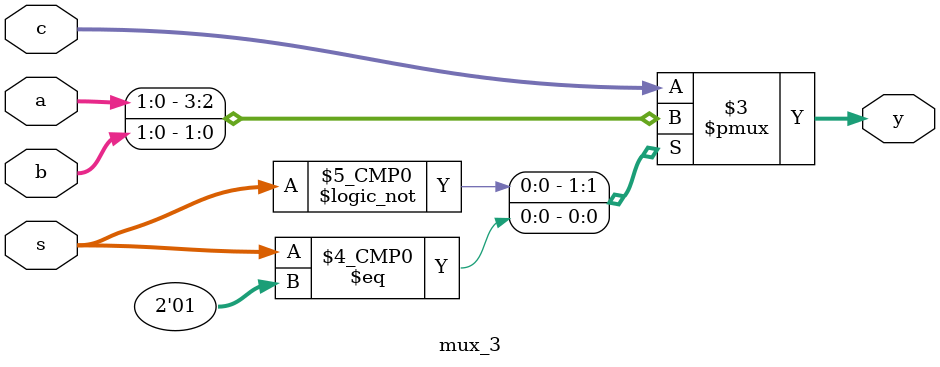
<source format=v>
module mux_2(input [1:0] a, b, c, s, output [1:0]y);
    assign y = (s == 0)?(a):
            (s == 1)?(b):(c);
endmodule

module mux_3(input [1:0] a, b, c, s, output reg [1:0]y);
    always @(*) begin
      case (s)
        0 : y = a;
        1 : y = b;
        default : y = c;
      endcase
    end
endmodule
</source>
